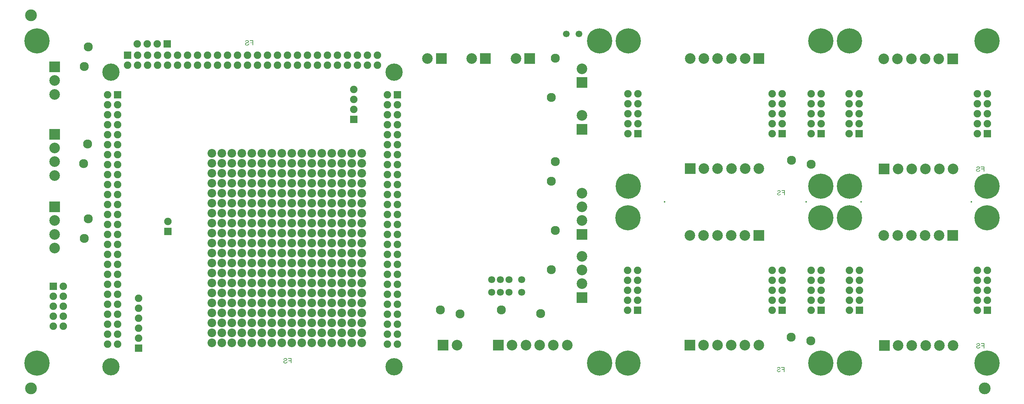
<source format=gbs>
G04 Layer_Color=16711935*
%FSLAX44Y44*%
%MOMM*%
G71*
G01*
G75*
%ADD48C,1.9000*%
%ADD54C,1.8000*%
%ADD63C,3.0000*%
%ADD87C,0.4000*%
%ADD88C,2.7000*%
%ADD89R,2.7000X2.7000*%
%ADD90R,1.9000X1.9000*%
%ADD91C,6.4000*%
%ADD92C,2.3000*%
%ADD93R,2.7000X2.7000*%
%ADD94R,1.9000X1.9000*%
%ADD95C,1.7000*%
%ADD96C,2.2000*%
%ADD97C,4.4000*%
%ADD98R,2.7000X2.7000*%
G36*
X2427730Y535258D02*
X2428174Y535203D01*
X2428562Y535134D01*
X2428743Y535092D01*
X2428909Y535051D01*
X2429061Y535009D01*
X2429200Y534967D01*
X2429325Y534926D01*
X2429422Y534898D01*
X2429491Y534870D01*
X2429561Y534842D01*
X2429588Y534829D01*
X2429602D01*
X2429977Y534648D01*
X2430296Y534440D01*
X2430573Y534232D01*
X2430795Y534024D01*
X2430975Y533830D01*
X2431114Y533677D01*
X2431156Y533622D01*
X2431183Y533581D01*
X2431211Y533553D01*
Y533539D01*
X2431391Y533220D01*
X2431530Y532901D01*
X2431613Y532610D01*
X2431683Y532332D01*
X2431724Y532083D01*
X2431738Y531986D01*
Y531902D01*
X2431752Y531833D01*
Y531778D01*
Y531750D01*
Y531736D01*
X2431738Y531417D01*
X2431683Y531112D01*
X2431613Y530835D01*
X2431530Y530599D01*
X2431447Y530405D01*
X2431378Y530252D01*
X2431350Y530197D01*
X2431322Y530155D01*
X2431308Y530141D01*
Y530127D01*
X2431128Y529878D01*
X2430906Y529642D01*
X2430684Y529448D01*
X2430448Y529267D01*
X2430254Y529129D01*
X2430088Y529032D01*
X2430018Y529004D01*
X2429977Y528976D01*
X2429949Y528948D01*
X2429935D01*
X2429796Y528879D01*
X2429630Y528810D01*
X2429450Y528740D01*
X2429256Y528671D01*
X2428853Y528532D01*
X2428437Y528408D01*
X2428243Y528352D01*
X2428077Y528297D01*
X2427910Y528255D01*
X2427758Y528213D01*
X2427647Y528186D01*
X2427550Y528158D01*
X2427494Y528144D01*
X2427480D01*
X2427162Y528075D01*
X2426870Y527991D01*
X2426621Y527936D01*
X2426385Y527867D01*
X2426177Y527811D01*
X2425983Y527770D01*
X2425830Y527714D01*
X2425677Y527673D01*
X2425567Y527645D01*
X2425456Y527603D01*
X2425372Y527575D01*
X2425317Y527562D01*
X2425262Y527548D01*
X2425234Y527534D01*
X2425206Y527520D01*
X2424929Y527395D01*
X2424693Y527270D01*
X2424485Y527146D01*
X2424332Y527035D01*
X2424207Y526924D01*
X2424124Y526840D01*
X2424069Y526785D01*
X2424055Y526771D01*
X2423930Y526605D01*
X2423847Y526424D01*
X2423778Y526244D01*
X2423736Y526078D01*
X2423708Y525939D01*
X2423694Y525814D01*
Y525745D01*
Y525731D01*
Y525717D01*
X2423708Y525509D01*
X2423750Y525301D01*
X2423819Y525121D01*
X2423875Y524954D01*
X2423944Y524816D01*
X2424013Y524705D01*
X2424055Y524649D01*
X2424069Y524622D01*
X2424221Y524441D01*
X2424388Y524289D01*
X2424582Y524150D01*
X2424762Y524039D01*
X2424929Y523956D01*
X2425054Y523886D01*
X2425109Y523859D01*
X2425150Y523845D01*
X2425164Y523831D01*
X2425178D01*
X2425456Y523734D01*
X2425747Y523665D01*
X2426038Y523623D01*
X2426302Y523595D01*
X2426523Y523568D01*
X2426621D01*
X2426704Y523554D01*
X2426870D01*
X2427272Y523568D01*
X2427633Y523609D01*
X2427980Y523678D01*
X2428271Y523748D01*
X2428396Y523775D01*
X2428507Y523803D01*
X2428604Y523845D01*
X2428687Y523873D01*
X2428756Y523900D01*
X2428798Y523914D01*
X2428826Y523928D01*
X2428840D01*
X2429145Y524081D01*
X2429408Y524247D01*
X2429630Y524400D01*
X2429810Y524566D01*
X2429949Y524705D01*
X2430046Y524816D01*
X2430115Y524885D01*
X2430129Y524913D01*
X2430268Y525162D01*
X2430379Y525426D01*
X2430462Y525689D01*
X2430531Y525939D01*
X2430587Y526175D01*
X2430601Y526258D01*
X2430615Y526341D01*
X2430629Y526410D01*
X2430642Y526466D01*
Y526494D01*
Y526508D01*
X2432237Y526369D01*
X2432223Y526133D01*
X2432196Y525897D01*
X2432112Y525467D01*
X2432001Y525065D01*
X2431946Y524885D01*
X2431877Y524732D01*
X2431821Y524580D01*
X2431752Y524441D01*
X2431696Y524330D01*
X2431641Y524233D01*
X2431599Y524150D01*
X2431572Y524095D01*
X2431558Y524067D01*
X2431544Y524053D01*
X2431280Y523692D01*
X2430975Y523387D01*
X2430670Y523124D01*
X2430379Y522916D01*
X2430115Y522749D01*
X2430004Y522694D01*
X2429907Y522638D01*
X2429824Y522597D01*
X2429769Y522569D01*
X2429727Y522541D01*
X2429713D01*
X2429242Y522375D01*
X2428756Y522250D01*
X2428271Y522167D01*
X2427813Y522111D01*
X2427591Y522084D01*
X2427397Y522070D01*
X2427231Y522056D01*
X2427078D01*
X2426953Y522042D01*
X2426787D01*
X2426288Y522070D01*
X2425830Y522125D01*
X2425414Y522195D01*
X2425220Y522250D01*
X2425054Y522292D01*
X2424887Y522333D01*
X2424748Y522389D01*
X2424624Y522430D01*
X2424527Y522458D01*
X2424443Y522500D01*
X2424388Y522514D01*
X2424346Y522541D01*
X2424332D01*
X2423944Y522749D01*
X2423611Y522971D01*
X2423320Y523207D01*
X2423084Y523429D01*
X2422890Y523637D01*
X2422765Y523789D01*
X2422710Y523859D01*
X2422682Y523900D01*
X2422654Y523928D01*
Y523942D01*
X2422543Y524108D01*
X2422460Y524289D01*
X2422307Y524622D01*
X2422197Y524940D01*
X2422127Y525232D01*
X2422086Y525495D01*
X2422072Y525592D01*
Y525689D01*
X2422058Y525759D01*
Y525814D01*
Y525842D01*
Y525856D01*
X2422086Y526230D01*
X2422141Y526577D01*
X2422224Y526882D01*
X2422321Y527146D01*
X2422432Y527367D01*
X2422474Y527464D01*
X2422516Y527534D01*
X2422543Y527589D01*
X2422571Y527631D01*
X2422599Y527659D01*
Y527673D01*
X2422710Y527811D01*
X2422821Y527950D01*
X2423084Y528213D01*
X2423348Y528435D01*
X2423625Y528616D01*
X2423861Y528768D01*
X2423972Y528838D01*
X2424069Y528879D01*
X2424138Y528921D01*
X2424194Y528948D01*
X2424235Y528976D01*
X2424249D01*
X2424402Y529045D01*
X2424596Y529115D01*
X2424790Y529184D01*
X2425012Y529254D01*
X2425483Y529378D01*
X2425955Y529503D01*
X2426177Y529572D01*
X2426385Y529614D01*
X2426579Y529670D01*
X2426745Y529697D01*
X2426884Y529739D01*
X2426981Y529767D01*
X2427050Y529781D01*
X2427078D01*
X2427453Y529864D01*
X2427785Y529961D01*
X2428077Y530044D01*
X2428354Y530127D01*
X2428590Y530210D01*
X2428798Y530280D01*
X2428978Y530349D01*
X2429131Y530419D01*
X2429256Y530488D01*
X2429366Y530543D01*
X2429450Y530585D01*
X2429519Y530626D01*
X2429575Y530668D01*
X2429602Y530696D01*
X2429630Y530710D01*
X2429796Y530890D01*
X2429907Y531070D01*
X2429991Y531264D01*
X2430060Y531445D01*
X2430088Y531597D01*
X2430102Y531722D01*
X2430115Y531805D01*
Y531819D01*
Y531833D01*
X2430102Y531986D01*
X2430088Y532124D01*
X2430004Y532374D01*
X2429893Y532610D01*
X2429769Y532804D01*
X2429644Y532970D01*
X2429533Y533095D01*
X2429450Y533164D01*
X2429436Y533192D01*
X2429422D01*
X2429283Y533289D01*
X2429117Y533386D01*
X2428770Y533525D01*
X2428410Y533622D01*
X2428035Y533691D01*
X2427869Y533719D01*
X2427702Y533733D01*
X2427564Y533747D01*
X2427439D01*
X2427328Y533761D01*
X2426926D01*
X2426676Y533733D01*
X2426440Y533705D01*
X2426218Y533664D01*
X2426024Y533622D01*
X2425844Y533567D01*
X2425677Y533511D01*
X2425525Y533456D01*
X2425400Y533386D01*
X2425289Y533331D01*
X2425192Y533275D01*
X2425109Y533234D01*
X2425054Y533192D01*
X2424998Y533164D01*
X2424984Y533150D01*
X2424970Y533137D01*
X2424832Y533012D01*
X2424707Y532887D01*
X2424513Y532596D01*
X2424346Y532291D01*
X2424235Y532000D01*
X2424152Y531736D01*
X2424124Y531625D01*
X2424097Y531514D01*
X2424083Y531431D01*
Y531375D01*
X2424069Y531334D01*
Y531320D01*
X2422446Y531445D01*
X2422488Y531861D01*
X2422571Y532235D01*
X2422668Y532582D01*
X2422779Y532873D01*
X2422848Y532998D01*
X2422890Y533123D01*
X2422946Y533220D01*
X2422987Y533303D01*
X2423029Y533372D01*
X2423056Y533414D01*
X2423070Y533442D01*
X2423084Y533456D01*
X2423320Y533775D01*
X2423583Y534038D01*
X2423861Y534274D01*
X2424138Y534468D01*
X2424374Y534607D01*
X2424485Y534662D01*
X2424568Y534718D01*
X2424637Y534759D01*
X2424707Y534773D01*
X2424734Y534801D01*
X2424748D01*
X2425164Y534953D01*
X2425594Y535078D01*
X2426024Y535162D01*
X2426413Y535217D01*
X2426593Y535231D01*
X2426745Y535245D01*
X2426898Y535258D01*
X2427023Y535272D01*
X2427258D01*
X2427730Y535258D01*
D02*
G37*
G36*
X2442500Y522250D02*
X2440808D01*
Y528061D01*
X2434803D01*
Y529572D01*
X2440808D01*
Y533539D01*
X2433874D01*
Y535051D01*
X2442500D01*
Y522250D01*
D02*
G37*
G36*
X1921354Y474745D02*
X1921646Y474717D01*
X1921909Y474662D01*
X1922159Y474620D01*
X1922394Y474565D01*
X1922602Y474495D01*
X1922796Y474426D01*
X1922977Y474357D01*
X1923143Y474287D01*
X1923282Y474218D01*
X1923407Y474163D01*
X1923504Y474107D01*
X1923587Y474066D01*
X1923642Y474024D01*
X1923670Y474010D01*
X1923684Y473996D01*
X1923906Y473830D01*
X1924086Y473636D01*
X1924253Y473441D01*
X1924391Y473233D01*
X1924516Y473012D01*
X1924613Y472803D01*
X1924697Y472595D01*
X1924766Y472387D01*
X1924821Y472193D01*
X1924849Y472013D01*
X1924877Y471847D01*
X1924904Y471708D01*
Y471597D01*
X1924918Y471500D01*
Y471444D01*
Y471431D01*
X1924891Y471098D01*
X1924835Y470793D01*
X1924752Y470488D01*
X1924627Y470224D01*
X1924502Y469961D01*
X1924350Y469725D01*
X1924183Y469503D01*
X1924003Y469309D01*
X1923837Y469128D01*
X1923670Y468976D01*
X1923518Y468837D01*
X1923379Y468726D01*
X1923268Y468643D01*
X1923185Y468587D01*
X1923116Y468546D01*
X1923102Y468532D01*
X1923088Y468518D01*
X1923046Y468504D01*
X1923005Y468490D01*
X1922935Y468463D01*
X1922852Y468421D01*
X1922755Y468393D01*
X1922533Y468296D01*
X1922283Y468185D01*
X1921992Y468060D01*
X1921687Y467936D01*
X1921382Y467811D01*
X1921063Y467686D01*
X1920772Y467561D01*
X1920480Y467436D01*
X1920231Y467339D01*
X1920023Y467242D01*
X1919940Y467215D01*
X1919856Y467173D01*
X1919801Y467145D01*
X1919759Y467131D01*
X1919732Y467117D01*
X1919718D01*
X1919399Y466979D01*
X1919108Y466826D01*
X1918872Y466674D01*
X1918664Y466521D01*
X1918483Y466368D01*
X1918331Y466216D01*
X1918206Y466077D01*
X1918109Y465939D01*
X1918040Y465814D01*
X1917984Y465689D01*
X1917943Y465592D01*
X1917915Y465495D01*
X1917901Y465425D01*
X1917887Y465370D01*
Y465342D01*
Y465328D01*
X1917901Y465148D01*
X1917915Y464982D01*
X1917957Y464815D01*
X1918012Y464663D01*
X1918151Y464399D01*
X1918345Y464164D01*
X1918567Y463969D01*
X1918816Y463803D01*
X1919080Y463678D01*
X1919343Y463567D01*
X1919621Y463484D01*
X1919884Y463428D01*
X1920134Y463373D01*
X1920356Y463345D01*
X1920536Y463331D01*
X1920688Y463317D01*
X1920813D01*
X1921174Y463345D01*
X1921507Y463401D01*
X1921812Y463498D01*
X1922089Y463637D01*
X1922353Y463775D01*
X1922589Y463955D01*
X1922796Y464136D01*
X1922991Y464316D01*
X1923157Y464496D01*
X1923296Y464677D01*
X1923421Y464857D01*
X1923518Y465009D01*
X1923587Y465134D01*
X1923642Y465231D01*
X1923670Y465287D01*
X1923684Y465314D01*
X1923754Y465439D01*
X1923837Y465536D01*
X1923920Y465606D01*
X1924003Y465661D01*
X1924086Y465689D01*
X1924156Y465703D01*
X1924211D01*
X1924322Y465689D01*
X1924433Y465661D01*
X1924530Y465620D01*
X1924613Y465564D01*
X1924683Y465509D01*
X1924738Y465467D01*
X1924766Y465439D01*
X1924780Y465425D01*
X1924863Y465328D01*
X1924918Y465218D01*
X1924974Y465120D01*
X1925002Y465023D01*
X1925016Y464940D01*
X1925029Y464871D01*
Y464829D01*
Y464815D01*
X1925016Y464663D01*
X1924974Y464538D01*
X1924946Y464441D01*
X1924932Y464427D01*
Y464413D01*
X1924794Y464177D01*
X1924641Y463942D01*
X1924502Y463733D01*
X1924336Y463539D01*
X1924017Y463179D01*
X1923684Y462888D01*
X1923337Y462624D01*
X1922991Y462416D01*
X1922658Y462236D01*
X1922325Y462097D01*
X1922020Y461986D01*
X1921743Y461903D01*
X1921479Y461847D01*
X1921257Y461806D01*
X1921063Y461778D01*
X1920924Y461764D01*
X1920813D01*
X1920411Y461778D01*
X1920023Y461806D01*
X1919662Y461847D01*
X1919329Y461917D01*
X1919024Y462000D01*
X1918733Y462097D01*
X1918470Y462208D01*
X1918220Y462319D01*
X1917998Y462458D01*
X1917790Y462596D01*
X1917596Y462749D01*
X1917430Y462901D01*
X1917277Y463054D01*
X1917124Y463220D01*
X1917000Y463387D01*
X1916889Y463553D01*
X1916708Y463886D01*
X1916570Y464205D01*
X1916472Y464510D01*
X1916403Y464787D01*
X1916362Y465009D01*
X1916348Y465107D01*
Y465190D01*
X1916334Y465259D01*
Y465301D01*
Y465328D01*
Y465342D01*
X1916348Y465620D01*
X1916389Y465883D01*
X1916459Y466133D01*
X1916542Y466368D01*
X1916653Y466577D01*
X1916764Y466785D01*
X1916889Y466965D01*
X1917013Y467131D01*
X1917152Y467284D01*
X1917277Y467422D01*
X1917388Y467533D01*
X1917485Y467631D01*
X1917582Y467700D01*
X1917651Y467755D01*
X1917693Y467783D01*
X1917707Y467797D01*
X1917859Y467894D01*
X1918040Y467991D01*
X1918234Y468102D01*
X1918456Y468199D01*
X1918913Y468407D01*
X1919385Y468615D01*
X1919621Y468698D01*
X1919829Y468782D01*
X1920023Y468851D01*
X1920189Y468920D01*
X1920342Y468976D01*
X1920439Y469017D01*
X1920508Y469031D01*
X1920536Y469045D01*
X1920786Y469142D01*
X1921035Y469239D01*
X1921243Y469323D01*
X1921451Y469420D01*
X1921632Y469503D01*
X1921798Y469572D01*
X1921951Y469641D01*
X1922075Y469711D01*
X1922200Y469780D01*
X1922297Y469836D01*
X1922381Y469877D01*
X1922436Y469919D01*
X1922491Y469947D01*
X1922533Y469974D01*
X1922547Y469988D01*
X1922561D01*
X1922713Y470099D01*
X1922838Y470224D01*
X1922963Y470349D01*
X1923060Y470474D01*
X1923143Y470598D01*
X1923213Y470723D01*
X1923310Y470959D01*
X1923379Y471167D01*
X1923407Y471333D01*
X1923421Y471389D01*
Y471431D01*
Y471458D01*
Y471472D01*
X1923407Y471625D01*
X1923393Y471763D01*
X1923310Y472027D01*
X1923199Y472263D01*
X1923046Y472457D01*
X1922866Y472623D01*
X1922658Y472776D01*
X1922436Y472887D01*
X1922214Y472984D01*
X1921992Y473067D01*
X1921770Y473122D01*
X1921562Y473178D01*
X1921382Y473206D01*
X1921229Y473233D01*
X1921105D01*
X1921035Y473247D01*
X1921008D01*
X1920675Y473233D01*
X1920356Y473192D01*
X1920078Y473122D01*
X1919829Y473053D01*
X1919621Y472970D01*
X1919538Y472928D01*
X1919468Y472901D01*
X1919399Y472873D01*
X1919357Y472845D01*
X1919343Y472831D01*
X1919329D01*
X1919066Y472651D01*
X1918844Y472471D01*
X1918664Y472276D01*
X1918525Y472082D01*
X1918428Y471916D01*
X1918359Y471777D01*
X1918345Y471722D01*
X1918331Y471680D01*
X1918317Y471666D01*
Y471652D01*
X1918234Y471472D01*
X1918137Y471333D01*
X1918012Y471250D01*
X1917887Y471181D01*
X1917776Y471139D01*
X1917679Y471125D01*
X1917624Y471111D01*
X1917596D01*
X1917485Y471125D01*
X1917374Y471139D01*
X1917291Y471167D01*
X1917208Y471209D01*
X1917138Y471250D01*
X1917097Y471278D01*
X1917069Y471292D01*
X1917055Y471306D01*
X1916972Y471389D01*
X1916916Y471472D01*
X1916875Y471555D01*
X1916847Y471638D01*
X1916833Y471708D01*
X1916819Y471763D01*
Y471805D01*
Y471819D01*
Y471916D01*
X1916833Y471985D01*
X1916847Y472041D01*
X1916861Y472068D01*
X1916944Y472318D01*
X1917055Y472554D01*
X1917166Y472762D01*
X1917291Y472970D01*
X1917416Y473150D01*
X1917554Y473330D01*
X1917693Y473483D01*
X1917818Y473622D01*
X1917943Y473746D01*
X1918067Y473844D01*
X1918178Y473941D01*
X1918275Y474010D01*
X1918359Y474079D01*
X1918414Y474121D01*
X1918456Y474135D01*
X1918470Y474149D01*
X1918678Y474260D01*
X1918900Y474371D01*
X1919121Y474454D01*
X1919343Y474523D01*
X1919773Y474634D01*
X1920175Y474703D01*
X1920370Y474731D01*
X1920536Y474745D01*
X1920688D01*
X1920813Y474759D01*
X1921063D01*
X1921354Y474745D01*
D02*
G37*
G36*
X1935500Y462679D02*
X1935486Y462541D01*
X1935472Y462416D01*
X1935431Y462319D01*
X1935389Y462222D01*
X1935320Y462152D01*
X1935264Y462083D01*
X1935125Y461986D01*
X1934987Y461931D01*
X1934862Y461903D01*
X1934779Y461889D01*
X1934751D01*
X1934612Y461903D01*
X1934501Y461917D01*
X1934404Y461958D01*
X1934321Y462014D01*
X1934182Y462139D01*
X1934099Y462291D01*
X1934044Y462430D01*
X1934016Y462555D01*
X1934002Y462610D01*
Y462652D01*
Y462666D01*
Y462679D01*
Y468088D01*
X1929384D01*
X1929245Y468102D01*
X1929134Y468116D01*
X1929023Y468158D01*
X1928940Y468213D01*
X1928802Y468338D01*
X1928718Y468476D01*
X1928663Y468615D01*
X1928635Y468740D01*
X1928621Y468837D01*
Y468851D01*
Y468865D01*
X1928635Y469003D01*
X1928649Y469128D01*
X1928691Y469225D01*
X1928746Y469309D01*
X1928857Y469447D01*
X1928996Y469544D01*
X1929148Y469600D01*
X1929259Y469628D01*
X1929356Y469641D01*
X1934002D01*
Y472942D01*
X1927956D01*
X1927817Y472956D01*
X1927706Y472970D01*
X1927609Y473012D01*
X1927526Y473067D01*
X1927387Y473192D01*
X1927304Y473330D01*
X1927248Y473469D01*
X1927221Y473594D01*
X1927207Y473691D01*
Y473705D01*
Y473719D01*
X1927221Y473857D01*
X1927234Y473982D01*
X1927276Y474079D01*
X1927318Y474163D01*
X1927442Y474301D01*
X1927581Y474398D01*
X1927720Y474454D01*
X1927845Y474482D01*
X1927928Y474495D01*
X1935500D01*
Y462679D01*
D02*
G37*
G36*
X1920854Y24745D02*
X1921145Y24717D01*
X1921409Y24662D01*
X1921659Y24620D01*
X1921894Y24565D01*
X1922102Y24495D01*
X1922296Y24426D01*
X1922477Y24357D01*
X1922643Y24287D01*
X1922782Y24218D01*
X1922907Y24163D01*
X1923004Y24107D01*
X1923087Y24065D01*
X1923143Y24024D01*
X1923170Y24010D01*
X1923184Y23996D01*
X1923406Y23830D01*
X1923586Y23636D01*
X1923753Y23441D01*
X1923891Y23233D01*
X1924016Y23012D01*
X1924113Y22803D01*
X1924196Y22596D01*
X1924266Y22387D01*
X1924321Y22193D01*
X1924349Y22013D01*
X1924377Y21847D01*
X1924404Y21708D01*
Y21597D01*
X1924418Y21500D01*
Y21444D01*
Y21430D01*
X1924391Y21098D01*
X1924335Y20793D01*
X1924252Y20487D01*
X1924127Y20224D01*
X1924002Y19961D01*
X1923850Y19725D01*
X1923683Y19503D01*
X1923503Y19309D01*
X1923337Y19128D01*
X1923170Y18976D01*
X1923018Y18837D01*
X1922879Y18726D01*
X1922768Y18643D01*
X1922685Y18587D01*
X1922616Y18546D01*
X1922602Y18532D01*
X1922588Y18518D01*
X1922546Y18504D01*
X1922505Y18490D01*
X1922435Y18463D01*
X1922352Y18421D01*
X1922255Y18393D01*
X1922033Y18296D01*
X1921783Y18185D01*
X1921492Y18060D01*
X1921187Y17936D01*
X1920882Y17811D01*
X1920563Y17686D01*
X1920272Y17561D01*
X1919980Y17436D01*
X1919731Y17339D01*
X1919523Y17242D01*
X1919440Y17214D01*
X1919356Y17173D01*
X1919301Y17145D01*
X1919259Y17131D01*
X1919232Y17117D01*
X1919218D01*
X1918899Y16979D01*
X1918607Y16826D01*
X1918372Y16674D01*
X1918164Y16521D01*
X1917984Y16368D01*
X1917831Y16216D01*
X1917706Y16077D01*
X1917609Y15939D01*
X1917540Y15814D01*
X1917484Y15689D01*
X1917443Y15592D01*
X1917415Y15495D01*
X1917401Y15425D01*
X1917387Y15370D01*
Y15342D01*
Y15328D01*
X1917401Y15148D01*
X1917415Y14982D01*
X1917457Y14815D01*
X1917512Y14663D01*
X1917651Y14399D01*
X1917845Y14164D01*
X1918067Y13969D01*
X1918316Y13803D01*
X1918580Y13678D01*
X1918843Y13567D01*
X1919121Y13484D01*
X1919384Y13428D01*
X1919634Y13373D01*
X1919856Y13345D01*
X1920036Y13331D01*
X1920188Y13318D01*
X1920313D01*
X1920674Y13345D01*
X1921007Y13401D01*
X1921312Y13498D01*
X1921589Y13636D01*
X1921853Y13775D01*
X1922088Y13955D01*
X1922296Y14136D01*
X1922491Y14316D01*
X1922657Y14496D01*
X1922796Y14677D01*
X1922921Y14857D01*
X1923018Y15009D01*
X1923087Y15134D01*
X1923143Y15231D01*
X1923170Y15287D01*
X1923184Y15315D01*
X1923253Y15439D01*
X1923337Y15536D01*
X1923420Y15606D01*
X1923503Y15661D01*
X1923586Y15689D01*
X1923656Y15703D01*
X1923711D01*
X1923822Y15689D01*
X1923933Y15661D01*
X1924030Y15620D01*
X1924113Y15564D01*
X1924183Y15509D01*
X1924238Y15467D01*
X1924266Y15439D01*
X1924280Y15425D01*
X1924363Y15328D01*
X1924418Y15217D01*
X1924474Y15120D01*
X1924502Y15023D01*
X1924516Y14940D01*
X1924529Y14871D01*
Y14829D01*
Y14815D01*
X1924516Y14663D01*
X1924474Y14538D01*
X1924446Y14441D01*
X1924432Y14427D01*
Y14413D01*
X1924294Y14177D01*
X1924141Y13942D01*
X1924002Y13734D01*
X1923836Y13539D01*
X1923517Y13179D01*
X1923184Y12888D01*
X1922837Y12624D01*
X1922491Y12416D01*
X1922158Y12236D01*
X1921825Y12097D01*
X1921520Y11986D01*
X1921243Y11903D01*
X1920979Y11847D01*
X1920757Y11806D01*
X1920563Y11778D01*
X1920424Y11764D01*
X1920313D01*
X1919911Y11778D01*
X1919523Y11806D01*
X1919162Y11847D01*
X1918829Y11917D01*
X1918524Y12000D01*
X1918233Y12097D01*
X1917970Y12208D01*
X1917720Y12319D01*
X1917498Y12458D01*
X1917290Y12596D01*
X1917096Y12749D01*
X1916929Y12901D01*
X1916777Y13054D01*
X1916624Y13220D01*
X1916499Y13387D01*
X1916389Y13553D01*
X1916208Y13886D01*
X1916070Y14205D01*
X1915972Y14510D01*
X1915903Y14787D01*
X1915862Y15009D01*
X1915848Y15107D01*
Y15190D01*
X1915834Y15259D01*
Y15301D01*
Y15328D01*
Y15342D01*
X1915848Y15620D01*
X1915889Y15883D01*
X1915959Y16133D01*
X1916042Y16368D01*
X1916153Y16577D01*
X1916264Y16785D01*
X1916389Y16965D01*
X1916513Y17131D01*
X1916652Y17284D01*
X1916777Y17422D01*
X1916888Y17534D01*
X1916985Y17631D01*
X1917082Y17700D01*
X1917151Y17755D01*
X1917193Y17783D01*
X1917207Y17797D01*
X1917359Y17894D01*
X1917540Y17991D01*
X1917734Y18102D01*
X1917956Y18199D01*
X1918413Y18407D01*
X1918885Y18615D01*
X1919121Y18698D01*
X1919329Y18782D01*
X1919523Y18851D01*
X1919689Y18920D01*
X1919842Y18976D01*
X1919939Y19017D01*
X1920008Y19031D01*
X1920036Y19045D01*
X1920286Y19142D01*
X1920535Y19239D01*
X1920743Y19323D01*
X1920951Y19420D01*
X1921132Y19503D01*
X1921298Y19572D01*
X1921451Y19641D01*
X1921575Y19711D01*
X1921700Y19780D01*
X1921797Y19836D01*
X1921880Y19877D01*
X1921936Y19919D01*
X1921991Y19947D01*
X1922033Y19974D01*
X1922047Y19988D01*
X1922061D01*
X1922213Y20099D01*
X1922338Y20224D01*
X1922463Y20349D01*
X1922560Y20474D01*
X1922643Y20598D01*
X1922713Y20723D01*
X1922810Y20959D01*
X1922879Y21167D01*
X1922907Y21333D01*
X1922921Y21389D01*
Y21430D01*
Y21458D01*
Y21472D01*
X1922907Y21625D01*
X1922893Y21763D01*
X1922810Y22027D01*
X1922699Y22263D01*
X1922546Y22457D01*
X1922366Y22623D01*
X1922158Y22776D01*
X1921936Y22887D01*
X1921714Y22984D01*
X1921492Y23067D01*
X1921270Y23122D01*
X1921062Y23178D01*
X1920882Y23206D01*
X1920729Y23233D01*
X1920605D01*
X1920535Y23247D01*
X1920508D01*
X1920175Y23233D01*
X1919856Y23192D01*
X1919578Y23122D01*
X1919329Y23053D01*
X1919121Y22970D01*
X1919037Y22928D01*
X1918968Y22901D01*
X1918899Y22873D01*
X1918857Y22845D01*
X1918843Y22831D01*
X1918829D01*
X1918566Y22651D01*
X1918344Y22471D01*
X1918164Y22276D01*
X1918025Y22082D01*
X1917928Y21916D01*
X1917859Y21777D01*
X1917845Y21722D01*
X1917831Y21680D01*
X1917817Y21666D01*
Y21652D01*
X1917734Y21472D01*
X1917637Y21333D01*
X1917512Y21250D01*
X1917387Y21181D01*
X1917276Y21139D01*
X1917179Y21125D01*
X1917124Y21112D01*
X1917096D01*
X1916985Y21125D01*
X1916874Y21139D01*
X1916791Y21167D01*
X1916708Y21209D01*
X1916638Y21250D01*
X1916597Y21278D01*
X1916569Y21292D01*
X1916555Y21306D01*
X1916472Y21389D01*
X1916416Y21472D01*
X1916375Y21555D01*
X1916347Y21639D01*
X1916333Y21708D01*
X1916319Y21763D01*
Y21805D01*
Y21819D01*
Y21916D01*
X1916333Y21985D01*
X1916347Y22041D01*
X1916361Y22069D01*
X1916444Y22318D01*
X1916555Y22554D01*
X1916666Y22762D01*
X1916791Y22970D01*
X1916916Y23150D01*
X1917054Y23331D01*
X1917193Y23483D01*
X1917318Y23622D01*
X1917443Y23747D01*
X1917567Y23844D01*
X1917678Y23941D01*
X1917775Y24010D01*
X1917859Y24079D01*
X1917914Y24121D01*
X1917956Y24135D01*
X1917970Y24149D01*
X1918178Y24260D01*
X1918400Y24371D01*
X1918621Y24454D01*
X1918843Y24523D01*
X1919273Y24634D01*
X1919675Y24704D01*
X1919870Y24731D01*
X1920036Y24745D01*
X1920188D01*
X1920313Y24759D01*
X1920563D01*
X1920854Y24745D01*
D02*
G37*
G36*
X1935000Y12680D02*
X1934986Y12541D01*
X1934972Y12416D01*
X1934931Y12319D01*
X1934889Y12222D01*
X1934820Y12153D01*
X1934764Y12083D01*
X1934626Y11986D01*
X1934487Y11931D01*
X1934362Y11903D01*
X1934279Y11889D01*
X1934251D01*
X1934112Y11903D01*
X1934001Y11917D01*
X1933904Y11958D01*
X1933821Y12014D01*
X1933683Y12139D01*
X1933599Y12291D01*
X1933544Y12430D01*
X1933516Y12555D01*
X1933502Y12610D01*
Y12652D01*
Y12666D01*
Y12680D01*
Y18088D01*
X1928884D01*
X1928745Y18102D01*
X1928634Y18116D01*
X1928523Y18158D01*
X1928440Y18213D01*
X1928302Y18338D01*
X1928218Y18477D01*
X1928163Y18615D01*
X1928135Y18740D01*
X1928121Y18837D01*
Y18851D01*
Y18865D01*
X1928135Y19003D01*
X1928149Y19128D01*
X1928191Y19225D01*
X1928246Y19309D01*
X1928357Y19447D01*
X1928496Y19544D01*
X1928648Y19600D01*
X1928759Y19628D01*
X1928856Y19641D01*
X1933502D01*
Y22942D01*
X1927456D01*
X1927317Y22956D01*
X1927206Y22970D01*
X1927109Y23012D01*
X1927026Y23067D01*
X1926887Y23192D01*
X1926804Y23331D01*
X1926748Y23469D01*
X1926721Y23594D01*
X1926707Y23691D01*
Y23705D01*
Y23719D01*
X1926721Y23858D01*
X1926734Y23982D01*
X1926776Y24079D01*
X1926818Y24163D01*
X1926942Y24301D01*
X1927081Y24398D01*
X1927220Y24454D01*
X1927345Y24482D01*
X1927428Y24495D01*
X1935000D01*
Y12680D01*
D02*
G37*
G36*
X2427980Y85259D02*
X2428424Y85203D01*
X2428812Y85134D01*
X2428992Y85092D01*
X2429159Y85050D01*
X2429311Y85009D01*
X2429450Y84967D01*
X2429575Y84926D01*
X2429672Y84898D01*
X2429741Y84870D01*
X2429811Y84843D01*
X2429838Y84829D01*
X2429852D01*
X2430227Y84648D01*
X2430546Y84440D01*
X2430823Y84232D01*
X2431045Y84024D01*
X2431225Y83830D01*
X2431364Y83678D01*
X2431406Y83622D01*
X2431433Y83581D01*
X2431461Y83553D01*
Y83539D01*
X2431641Y83220D01*
X2431780Y82901D01*
X2431863Y82610D01*
X2431933Y82332D01*
X2431974Y82083D01*
X2431988Y81986D01*
Y81902D01*
X2432002Y81833D01*
Y81778D01*
Y81750D01*
Y81736D01*
X2431988Y81417D01*
X2431933Y81112D01*
X2431863Y80835D01*
X2431780Y80599D01*
X2431697Y80405D01*
X2431628Y80252D01*
X2431600Y80197D01*
X2431572Y80155D01*
X2431558Y80141D01*
Y80127D01*
X2431378Y79878D01*
X2431156Y79642D01*
X2430934Y79448D01*
X2430698Y79267D01*
X2430504Y79129D01*
X2430338Y79032D01*
X2430268Y79004D01*
X2430227Y78976D01*
X2430199Y78948D01*
X2430185D01*
X2430047Y78879D01*
X2429880Y78810D01*
X2429700Y78740D01*
X2429506Y78671D01*
X2429103Y78532D01*
X2428687Y78408D01*
X2428493Y78352D01*
X2428327Y78297D01*
X2428160Y78255D01*
X2428008Y78213D01*
X2427897Y78186D01*
X2427800Y78158D01*
X2427744Y78144D01*
X2427731D01*
X2427411Y78075D01*
X2427120Y77991D01*
X2426871Y77936D01*
X2426635Y77867D01*
X2426427Y77811D01*
X2426233Y77770D01*
X2426080Y77714D01*
X2425928Y77673D01*
X2425817Y77645D01*
X2425706Y77603D01*
X2425623Y77575D01*
X2425567Y77562D01*
X2425511Y77548D01*
X2425484Y77534D01*
X2425456Y77520D01*
X2425179Y77395D01*
X2424943Y77270D01*
X2424735Y77146D01*
X2424582Y77035D01*
X2424458Y76924D01*
X2424374Y76840D01*
X2424319Y76785D01*
X2424305Y76771D01*
X2424180Y76605D01*
X2424097Y76424D01*
X2424028Y76244D01*
X2423986Y76078D01*
X2423958Y75939D01*
X2423944Y75814D01*
Y75745D01*
Y75731D01*
Y75717D01*
X2423958Y75509D01*
X2424000Y75301D01*
X2424069Y75121D01*
X2424125Y74954D01*
X2424194Y74816D01*
X2424263Y74705D01*
X2424305Y74649D01*
X2424319Y74622D01*
X2424471Y74441D01*
X2424638Y74289D01*
X2424832Y74150D01*
X2425012Y74039D01*
X2425179Y73956D01*
X2425303Y73886D01*
X2425359Y73859D01*
X2425401Y73845D01*
X2425414Y73831D01*
X2425428D01*
X2425706Y73734D01*
X2425997Y73665D01*
X2426288Y73623D01*
X2426552Y73595D01*
X2426774Y73568D01*
X2426871D01*
X2426954Y73554D01*
X2427120D01*
X2427522Y73568D01*
X2427883Y73609D01*
X2428230Y73678D01*
X2428521Y73748D01*
X2428646Y73776D01*
X2428757Y73803D01*
X2428854Y73845D01*
X2428937Y73873D01*
X2429006Y73900D01*
X2429048Y73914D01*
X2429076Y73928D01*
X2429090D01*
X2429395Y74081D01*
X2429658Y74247D01*
X2429880Y74400D01*
X2430060Y74566D01*
X2430199Y74705D01*
X2430296Y74816D01*
X2430365Y74885D01*
X2430379Y74913D01*
X2430518Y75162D01*
X2430629Y75426D01*
X2430712Y75689D01*
X2430782Y75939D01*
X2430837Y76175D01*
X2430851Y76258D01*
X2430865Y76341D01*
X2430879Y76410D01*
X2430892Y76466D01*
Y76494D01*
Y76508D01*
X2432487Y76369D01*
X2432473Y76133D01*
X2432446Y75897D01*
X2432363Y75468D01*
X2432251Y75065D01*
X2432196Y74885D01*
X2432127Y74732D01*
X2432071Y74580D01*
X2432002Y74441D01*
X2431946Y74330D01*
X2431891Y74233D01*
X2431849Y74150D01*
X2431822Y74095D01*
X2431808Y74067D01*
X2431794Y74053D01*
X2431530Y73692D01*
X2431225Y73387D01*
X2430920Y73124D01*
X2430629Y72916D01*
X2430365Y72749D01*
X2430255Y72694D01*
X2430157Y72638D01*
X2430074Y72597D01*
X2430019Y72569D01*
X2429977Y72541D01*
X2429963D01*
X2429492Y72375D01*
X2429006Y72250D01*
X2428521Y72167D01*
X2428063Y72111D01*
X2427841Y72084D01*
X2427647Y72070D01*
X2427481Y72056D01*
X2427328D01*
X2427204Y72042D01*
X2427037D01*
X2426538Y72070D01*
X2426080Y72125D01*
X2425664Y72194D01*
X2425470Y72250D01*
X2425303Y72292D01*
X2425137Y72333D01*
X2424998Y72389D01*
X2424874Y72430D01*
X2424776Y72458D01*
X2424693Y72500D01*
X2424638Y72513D01*
X2424596Y72541D01*
X2424582D01*
X2424194Y72749D01*
X2423861Y72971D01*
X2423570Y73207D01*
X2423334Y73429D01*
X2423140Y73637D01*
X2423015Y73789D01*
X2422960Y73859D01*
X2422932Y73900D01*
X2422904Y73928D01*
Y73942D01*
X2422793Y74108D01*
X2422710Y74289D01*
X2422558Y74622D01*
X2422447Y74941D01*
X2422377Y75232D01*
X2422336Y75495D01*
X2422322Y75592D01*
Y75689D01*
X2422308Y75759D01*
Y75814D01*
Y75842D01*
Y75856D01*
X2422336Y76230D01*
X2422391Y76577D01*
X2422474Y76882D01*
X2422571Y77146D01*
X2422682Y77367D01*
X2422724Y77464D01*
X2422766Y77534D01*
X2422793Y77589D01*
X2422821Y77631D01*
X2422849Y77659D01*
Y77673D01*
X2422960Y77811D01*
X2423071Y77950D01*
X2423334Y78213D01*
X2423598Y78435D01*
X2423875Y78616D01*
X2424111Y78768D01*
X2424222Y78837D01*
X2424319Y78879D01*
X2424388Y78921D01*
X2424444Y78948D01*
X2424485Y78976D01*
X2424499D01*
X2424652Y79046D01*
X2424846Y79115D01*
X2425040Y79184D01*
X2425262Y79254D01*
X2425733Y79378D01*
X2426205Y79503D01*
X2426427Y79573D01*
X2426635Y79614D01*
X2426829Y79670D01*
X2426995Y79697D01*
X2427134Y79739D01*
X2427231Y79767D01*
X2427301Y79781D01*
X2427328D01*
X2427703Y79864D01*
X2428036Y79961D01*
X2428327Y80044D01*
X2428604Y80127D01*
X2428840Y80211D01*
X2429048Y80280D01*
X2429228Y80349D01*
X2429381Y80419D01*
X2429506Y80488D01*
X2429617Y80543D01*
X2429700Y80585D01*
X2429769Y80626D01*
X2429825Y80668D01*
X2429852Y80696D01*
X2429880Y80710D01*
X2430047Y80890D01*
X2430157Y81070D01*
X2430241Y81264D01*
X2430310Y81445D01*
X2430338Y81597D01*
X2430352Y81722D01*
X2430365Y81805D01*
Y81819D01*
Y81833D01*
X2430352Y81986D01*
X2430338Y82124D01*
X2430255Y82374D01*
X2430144Y82610D01*
X2430019Y82804D01*
X2429894Y82970D01*
X2429783Y83095D01*
X2429700Y83164D01*
X2429686Y83192D01*
X2429672D01*
X2429533Y83289D01*
X2429367Y83386D01*
X2429020Y83525D01*
X2428660Y83622D01*
X2428285Y83691D01*
X2428119Y83719D01*
X2427952Y83733D01*
X2427814Y83747D01*
X2427689D01*
X2427578Y83761D01*
X2427176D01*
X2426926Y83733D01*
X2426690Y83705D01*
X2426468Y83664D01*
X2426274Y83622D01*
X2426094Y83567D01*
X2425928Y83511D01*
X2425775Y83456D01*
X2425650Y83386D01*
X2425539Y83331D01*
X2425442Y83275D01*
X2425359Y83234D01*
X2425303Y83192D01*
X2425248Y83164D01*
X2425234Y83151D01*
X2425220Y83137D01*
X2425082Y83012D01*
X2424957Y82887D01*
X2424763Y82596D01*
X2424596Y82291D01*
X2424485Y82000D01*
X2424402Y81736D01*
X2424374Y81625D01*
X2424347Y81514D01*
X2424333Y81431D01*
Y81375D01*
X2424319Y81334D01*
Y81320D01*
X2422696Y81445D01*
X2422738Y81861D01*
X2422821Y82235D01*
X2422918Y82582D01*
X2423029Y82873D01*
X2423098Y82998D01*
X2423140Y83123D01*
X2423195Y83220D01*
X2423237Y83303D01*
X2423279Y83372D01*
X2423306Y83414D01*
X2423320Y83442D01*
X2423334Y83456D01*
X2423570Y83775D01*
X2423833Y84038D01*
X2424111Y84274D01*
X2424388Y84468D01*
X2424624Y84607D01*
X2424735Y84662D01*
X2424818Y84718D01*
X2424887Y84759D01*
X2424957Y84773D01*
X2424984Y84801D01*
X2424998D01*
X2425414Y84953D01*
X2425844Y85078D01*
X2426274Y85162D01*
X2426663Y85217D01*
X2426843Y85231D01*
X2426995Y85245D01*
X2427148Y85259D01*
X2427273Y85272D01*
X2427509D01*
X2427980Y85259D01*
D02*
G37*
G36*
X2442750Y72250D02*
X2441058D01*
Y78061D01*
X2435053D01*
Y79573D01*
X2441058D01*
Y83539D01*
X2434124D01*
Y85050D01*
X2442750D01*
Y72250D01*
D02*
G37*
G36*
X584250Y843749D02*
X582558D01*
Y849560D01*
X576553D01*
Y851072D01*
X582558D01*
Y855038D01*
X575624D01*
Y856550D01*
X584250D01*
Y843749D01*
D02*
G37*
G36*
X569480Y856758D02*
X569924Y856702D01*
X570312Y856633D01*
X570493Y856591D01*
X570659Y856550D01*
X570812Y856508D01*
X570950Y856467D01*
X571075Y856425D01*
X571172Y856397D01*
X571241Y856369D01*
X571311Y856342D01*
X571339Y856328D01*
X571352D01*
X571727Y856148D01*
X572046Y855940D01*
X572323Y855732D01*
X572545Y855524D01*
X572725Y855329D01*
X572864Y855177D01*
X572906Y855121D01*
X572933Y855080D01*
X572961Y855052D01*
Y855038D01*
X573141Y854719D01*
X573280Y854400D01*
X573363Y854109D01*
X573433Y853832D01*
X573474Y853582D01*
X573488Y853485D01*
Y853402D01*
X573502Y853332D01*
Y853277D01*
Y853249D01*
Y853235D01*
X573488Y852916D01*
X573433Y852611D01*
X573363Y852334D01*
X573280Y852098D01*
X573197Y851904D01*
X573128Y851751D01*
X573100Y851696D01*
X573072Y851654D01*
X573058Y851640D01*
Y851627D01*
X572878Y851377D01*
X572656Y851141D01*
X572434Y850947D01*
X572198Y850767D01*
X572004Y850628D01*
X571838Y850531D01*
X571768Y850503D01*
X571727Y850475D01*
X571699Y850448D01*
X571685D01*
X571547Y850378D01*
X571380Y850309D01*
X571200Y850240D01*
X571006Y850170D01*
X570603Y850032D01*
X570187Y849907D01*
X569993Y849851D01*
X569827Y849796D01*
X569660Y849754D01*
X569508Y849713D01*
X569397Y849685D01*
X569300Y849657D01*
X569244Y849643D01*
X569231D01*
X568912Y849574D01*
X568620Y849491D01*
X568371Y849435D01*
X568135Y849366D01*
X567927Y849311D01*
X567733Y849269D01*
X567580Y849213D01*
X567428Y849172D01*
X567317Y849144D01*
X567206Y849102D01*
X567123Y849075D01*
X567067Y849061D01*
X567012Y849047D01*
X566984Y849033D01*
X566956Y849019D01*
X566679Y848894D01*
X566443Y848770D01*
X566235Y848645D01*
X566082Y848534D01*
X565958Y848423D01*
X565874Y848340D01*
X565819Y848284D01*
X565805Y848270D01*
X565680Y848104D01*
X565597Y847924D01*
X565528Y847743D01*
X565486Y847577D01*
X565458Y847438D01*
X565444Y847313D01*
Y847244D01*
Y847230D01*
Y847216D01*
X565458Y847008D01*
X565500Y846800D01*
X565569Y846620D01*
X565625Y846454D01*
X565694Y846315D01*
X565764Y846204D01*
X565805Y846149D01*
X565819Y846121D01*
X565971Y845940D01*
X566138Y845788D01*
X566332Y845649D01*
X566512Y845538D01*
X566679Y845455D01*
X566804Y845386D01*
X566859Y845358D01*
X566901Y845344D01*
X566914Y845330D01*
X566928D01*
X567206Y845233D01*
X567497Y845164D01*
X567788Y845122D01*
X568052Y845095D01*
X568274Y845067D01*
X568371D01*
X568454Y845053D01*
X568620D01*
X569022Y845067D01*
X569383Y845108D01*
X569730Y845178D01*
X570021Y845247D01*
X570146Y845275D01*
X570257Y845303D01*
X570354Y845344D01*
X570437Y845372D01*
X570507Y845400D01*
X570548Y845413D01*
X570576Y845427D01*
X570590D01*
X570895Y845580D01*
X571158Y845746D01*
X571380Y845899D01*
X571561Y846065D01*
X571699Y846204D01*
X571796Y846315D01*
X571866Y846384D01*
X571879Y846412D01*
X572018Y846662D01*
X572129Y846925D01*
X572212Y847189D01*
X572282Y847438D01*
X572337Y847674D01*
X572351Y847757D01*
X572365Y847840D01*
X572379Y847910D01*
X572393Y847965D01*
Y847993D01*
Y848007D01*
X573987Y847868D01*
X573974Y847632D01*
X573946Y847397D01*
X573863Y846967D01*
X573752Y846564D01*
X573696Y846384D01*
X573627Y846232D01*
X573571Y846079D01*
X573502Y845940D01*
X573447Y845829D01*
X573391Y845732D01*
X573349Y845649D01*
X573322Y845594D01*
X573308Y845566D01*
X573294Y845552D01*
X573031Y845192D01*
X572725Y844886D01*
X572420Y844623D01*
X572129Y844415D01*
X571866Y844249D01*
X571755Y844193D01*
X571657Y844138D01*
X571574Y844096D01*
X571519Y844068D01*
X571477Y844041D01*
X571463D01*
X570992Y843874D01*
X570507Y843749D01*
X570021Y843666D01*
X569563Y843611D01*
X569342Y843583D01*
X569147Y843569D01*
X568981Y843555D01*
X568828D01*
X568704Y843541D01*
X568537D01*
X568038Y843569D01*
X567580Y843624D01*
X567164Y843694D01*
X566970Y843749D01*
X566804Y843791D01*
X566637Y843832D01*
X566498Y843888D01*
X566374Y843930D01*
X566277Y843957D01*
X566193Y843999D01*
X566138Y844013D01*
X566096Y844041D01*
X566082D01*
X565694Y844249D01*
X565361Y844470D01*
X565070Y844706D01*
X564834Y844928D01*
X564640Y845136D01*
X564515Y845289D01*
X564460Y845358D01*
X564432Y845400D01*
X564404Y845427D01*
Y845441D01*
X564293Y845608D01*
X564210Y845788D01*
X564058Y846121D01*
X563947Y846440D01*
X563877Y846731D01*
X563836Y846994D01*
X563822Y847092D01*
Y847189D01*
X563808Y847258D01*
Y847313D01*
Y847341D01*
Y847355D01*
X563836Y847729D01*
X563891Y848076D01*
X563974Y848381D01*
X564072Y848645D01*
X564183Y848867D01*
X564224Y848964D01*
X564266Y849033D01*
X564293Y849089D01*
X564321Y849130D01*
X564349Y849158D01*
Y849172D01*
X564460Y849311D01*
X564571Y849449D01*
X564834Y849713D01*
X565098Y849934D01*
X565375Y850115D01*
X565611Y850267D01*
X565722Y850337D01*
X565819Y850378D01*
X565888Y850420D01*
X565944Y850448D01*
X565985Y850475D01*
X565999D01*
X566152Y850545D01*
X566346Y850614D01*
X566540Y850683D01*
X566762Y850753D01*
X567234Y850878D01*
X567705Y851002D01*
X567927Y851072D01*
X568135Y851113D01*
X568329Y851169D01*
X568495Y851197D01*
X568634Y851238D01*
X568731Y851266D01*
X568801Y851280D01*
X568828D01*
X569203Y851363D01*
X569536Y851460D01*
X569827Y851543D01*
X570104Y851627D01*
X570340Y851710D01*
X570548Y851779D01*
X570728Y851848D01*
X570881Y851918D01*
X571006Y851987D01*
X571117Y852042D01*
X571200Y852084D01*
X571269Y852126D01*
X571325Y852167D01*
X571352Y852195D01*
X571380Y852209D01*
X571547Y852389D01*
X571657Y852570D01*
X571741Y852764D01*
X571810Y852944D01*
X571838Y853096D01*
X571852Y853221D01*
X571866Y853305D01*
Y853318D01*
Y853332D01*
X571852Y853485D01*
X571838Y853624D01*
X571755Y853873D01*
X571644Y854109D01*
X571519Y854303D01*
X571394Y854470D01*
X571283Y854594D01*
X571200Y854664D01*
X571186Y854691D01*
X571172D01*
X571034Y854789D01*
X570867Y854886D01*
X570520Y855024D01*
X570160Y855121D01*
X569785Y855191D01*
X569619Y855218D01*
X569453Y855232D01*
X569314Y855246D01*
X569189D01*
X569078Y855260D01*
X568676D01*
X568426Y855232D01*
X568190Y855204D01*
X567968Y855163D01*
X567774Y855121D01*
X567594Y855066D01*
X567428Y855010D01*
X567275Y854955D01*
X567150Y854886D01*
X567039Y854830D01*
X566942Y854775D01*
X566859Y854733D01*
X566804Y854691D01*
X566748Y854664D01*
X566734Y854650D01*
X566720Y854636D01*
X566582Y854511D01*
X566457Y854386D01*
X566263Y854095D01*
X566096Y853790D01*
X565985Y853499D01*
X565902Y853235D01*
X565874Y853124D01*
X565847Y853013D01*
X565833Y852930D01*
Y852875D01*
X565819Y852833D01*
Y852819D01*
X564196Y852944D01*
X564238Y853360D01*
X564321Y853735D01*
X564418Y854081D01*
X564529Y854372D01*
X564599Y854497D01*
X564640Y854622D01*
X564696Y854719D01*
X564737Y854802D01*
X564779Y854872D01*
X564807Y854913D01*
X564820Y854941D01*
X564834Y854955D01*
X565070Y855274D01*
X565334Y855537D01*
X565611Y855773D01*
X565888Y855967D01*
X566124Y856106D01*
X566235Y856161D01*
X566318Y856217D01*
X566387Y856258D01*
X566457Y856272D01*
X566485Y856300D01*
X566498D01*
X566914Y856453D01*
X567345Y856578D01*
X567774Y856661D01*
X568163Y856716D01*
X568343Y856730D01*
X568495Y856744D01*
X568648Y856758D01*
X568773Y856772D01*
X569009D01*
X569480Y856758D01*
D02*
G37*
G36*
X681750Y34250D02*
X680058D01*
Y40061D01*
X674053D01*
Y41573D01*
X680058D01*
Y45539D01*
X673124D01*
Y47051D01*
X681750D01*
Y34250D01*
D02*
G37*
G36*
X666980Y47259D02*
X667424Y47203D01*
X667812Y47134D01*
X667993Y47092D01*
X668159Y47051D01*
X668312Y47009D01*
X668450Y46967D01*
X668575Y46926D01*
X668672Y46898D01*
X668742Y46870D01*
X668811Y46843D01*
X668839Y46829D01*
X668852D01*
X669227Y46649D01*
X669546Y46440D01*
X669823Y46232D01*
X670045Y46024D01*
X670225Y45830D01*
X670364Y45678D01*
X670406Y45622D01*
X670433Y45581D01*
X670461Y45553D01*
Y45539D01*
X670641Y45220D01*
X670780Y44901D01*
X670863Y44610D01*
X670933Y44332D01*
X670974Y44083D01*
X670988Y43986D01*
Y43903D01*
X671002Y43833D01*
Y43778D01*
Y43750D01*
Y43736D01*
X670988Y43417D01*
X670933Y43112D01*
X670863Y42835D01*
X670780Y42599D01*
X670697Y42405D01*
X670628Y42252D01*
X670600Y42197D01*
X670572Y42155D01*
X670558Y42141D01*
Y42127D01*
X670378Y41878D01*
X670156Y41642D01*
X669934Y41448D01*
X669698Y41267D01*
X669504Y41129D01*
X669338Y41032D01*
X669268Y41004D01*
X669227Y40976D01*
X669199Y40949D01*
X669185D01*
X669047Y40879D01*
X668880Y40810D01*
X668700Y40740D01*
X668506Y40671D01*
X668103Y40532D01*
X667688Y40408D01*
X667493Y40352D01*
X667327Y40297D01*
X667160Y40255D01*
X667008Y40213D01*
X666897Y40186D01*
X666800Y40158D01*
X666744Y40144D01*
X666731D01*
X666412Y40075D01*
X666120Y39992D01*
X665871Y39936D01*
X665635Y39867D01*
X665427Y39811D01*
X665233Y39770D01*
X665080Y39714D01*
X664928Y39673D01*
X664817Y39645D01*
X664706Y39603D01*
X664623Y39576D01*
X664567Y39562D01*
X664512Y39548D01*
X664484Y39534D01*
X664456Y39520D01*
X664179Y39395D01*
X663943Y39271D01*
X663735Y39146D01*
X663582Y39035D01*
X663458Y38924D01*
X663374Y38841D01*
X663319Y38785D01*
X663305Y38771D01*
X663180Y38605D01*
X663097Y38424D01*
X663028Y38244D01*
X662986Y38078D01*
X662958Y37939D01*
X662944Y37814D01*
Y37745D01*
Y37731D01*
Y37717D01*
X662958Y37509D01*
X663000Y37301D01*
X663069Y37121D01*
X663125Y36955D01*
X663194Y36816D01*
X663263Y36705D01*
X663305Y36649D01*
X663319Y36622D01*
X663472Y36441D01*
X663638Y36289D01*
X663832Y36150D01*
X664012Y36039D01*
X664179Y35956D01*
X664304Y35887D01*
X664359Y35859D01*
X664401Y35845D01*
X664415Y35831D01*
X664428D01*
X664706Y35734D01*
X664997Y35665D01*
X665288Y35623D01*
X665552Y35595D01*
X665774Y35568D01*
X665871D01*
X665954Y35554D01*
X666120D01*
X666523Y35568D01*
X666883Y35609D01*
X667230Y35679D01*
X667521Y35748D01*
X667646Y35776D01*
X667757Y35803D01*
X667854Y35845D01*
X667937Y35873D01*
X668007Y35900D01*
X668048Y35914D01*
X668076Y35928D01*
X668090D01*
X668395Y36081D01*
X668658Y36247D01*
X668880Y36400D01*
X669061Y36566D01*
X669199Y36705D01*
X669296Y36816D01*
X669366Y36885D01*
X669379Y36913D01*
X669518Y37162D01*
X669629Y37426D01*
X669712Y37689D01*
X669782Y37939D01*
X669837Y38175D01*
X669851Y38258D01*
X669865Y38341D01*
X669879Y38411D01*
X669893Y38466D01*
Y38494D01*
Y38508D01*
X671487Y38369D01*
X671474Y38133D01*
X671446Y37898D01*
X671363Y37468D01*
X671252Y37065D01*
X671196Y36885D01*
X671127Y36733D01*
X671071Y36580D01*
X671002Y36441D01*
X670947Y36330D01*
X670891Y36233D01*
X670850Y36150D01*
X670822Y36095D01*
X670808Y36067D01*
X670794Y36053D01*
X670530Y35692D01*
X670225Y35387D01*
X669920Y35124D01*
X669629Y34916D01*
X669366Y34749D01*
X669255Y34694D01*
X669157Y34638D01*
X669074Y34597D01*
X669019Y34569D01*
X668977Y34541D01*
X668963D01*
X668492Y34375D01*
X668007Y34250D01*
X667521Y34167D01*
X667063Y34111D01*
X666842Y34084D01*
X666647Y34070D01*
X666481Y34056D01*
X666328D01*
X666204Y34042D01*
X666037D01*
X665538Y34070D01*
X665080Y34125D01*
X664664Y34195D01*
X664470Y34250D01*
X664304Y34292D01*
X664137Y34333D01*
X663998Y34389D01*
X663874Y34430D01*
X663777Y34458D01*
X663693Y34500D01*
X663638Y34514D01*
X663596Y34541D01*
X663582D01*
X663194Y34749D01*
X662861Y34971D01*
X662570Y35207D01*
X662334Y35429D01*
X662140Y35637D01*
X662015Y35789D01*
X661960Y35859D01*
X661932Y35900D01*
X661904Y35928D01*
Y35942D01*
X661793Y36109D01*
X661710Y36289D01*
X661558Y36622D01*
X661447Y36941D01*
X661377Y37232D01*
X661336Y37495D01*
X661322Y37592D01*
Y37689D01*
X661308Y37759D01*
Y37814D01*
Y37842D01*
Y37856D01*
X661336Y38230D01*
X661391Y38577D01*
X661474Y38882D01*
X661572Y39146D01*
X661683Y39368D01*
X661724Y39465D01*
X661766Y39534D01*
X661793Y39590D01*
X661821Y39631D01*
X661849Y39659D01*
Y39673D01*
X661960Y39811D01*
X662071Y39950D01*
X662334Y40213D01*
X662598Y40435D01*
X662875Y40616D01*
X663111Y40768D01*
X663222Y40838D01*
X663319Y40879D01*
X663388Y40921D01*
X663444Y40949D01*
X663485Y40976D01*
X663499D01*
X663652Y41046D01*
X663846Y41115D01*
X664040Y41184D01*
X664262Y41254D01*
X664734Y41378D01*
X665205Y41503D01*
X665427Y41573D01*
X665635Y41614D01*
X665829Y41670D01*
X665995Y41698D01*
X666134Y41739D01*
X666231Y41767D01*
X666301Y41781D01*
X666328D01*
X666703Y41864D01*
X667036Y41961D01*
X667327Y42044D01*
X667604Y42127D01*
X667840Y42211D01*
X668048Y42280D01*
X668228Y42349D01*
X668381Y42419D01*
X668506Y42488D01*
X668617Y42543D01*
X668700Y42585D01*
X668769Y42627D01*
X668825Y42668D01*
X668852Y42696D01*
X668880Y42710D01*
X669047Y42890D01*
X669157Y43070D01*
X669241Y43265D01*
X669310Y43445D01*
X669338Y43597D01*
X669352Y43722D01*
X669366Y43805D01*
Y43819D01*
Y43833D01*
X669352Y43986D01*
X669338Y44124D01*
X669255Y44374D01*
X669144Y44610D01*
X669019Y44804D01*
X668894Y44970D01*
X668783Y45095D01*
X668700Y45165D01*
X668686Y45192D01*
X668672D01*
X668533Y45289D01*
X668367Y45386D01*
X668020Y45525D01*
X667660Y45622D01*
X667285Y45692D01*
X667119Y45719D01*
X666953Y45733D01*
X666814Y45747D01*
X666689D01*
X666578Y45761D01*
X666176D01*
X665926Y45733D01*
X665690Y45705D01*
X665469Y45664D01*
X665274Y45622D01*
X665094Y45567D01*
X664928Y45511D01*
X664775Y45456D01*
X664650Y45386D01*
X664539Y45331D01*
X664442Y45276D01*
X664359Y45234D01*
X664304Y45192D01*
X664248Y45165D01*
X664234Y45151D01*
X664220Y45137D01*
X664082Y45012D01*
X663957Y44887D01*
X663763Y44596D01*
X663596Y44291D01*
X663485Y44000D01*
X663402Y43736D01*
X663374Y43625D01*
X663347Y43514D01*
X663333Y43431D01*
Y43376D01*
X663319Y43334D01*
Y43320D01*
X661696Y43445D01*
X661738Y43861D01*
X661821Y44235D01*
X661918Y44582D01*
X662029Y44873D01*
X662098Y44998D01*
X662140Y45123D01*
X662196Y45220D01*
X662237Y45303D01*
X662279Y45373D01*
X662307Y45414D01*
X662320Y45442D01*
X662334Y45456D01*
X662570Y45775D01*
X662833Y46038D01*
X663111Y46274D01*
X663388Y46468D01*
X663624Y46607D01*
X663735Y46662D01*
X663818Y46718D01*
X663887Y46759D01*
X663957Y46773D01*
X663985Y46801D01*
X663998D01*
X664415Y46954D01*
X664845Y47078D01*
X665274Y47162D01*
X665663Y47217D01*
X665843Y47231D01*
X665995Y47245D01*
X666148Y47259D01*
X666273Y47273D01*
X666509D01*
X666980Y47259D01*
D02*
G37*
D48*
X2425050Y720800D02*
D03*
X2450450D02*
D03*
X2425050Y695400D02*
D03*
X2450450D02*
D03*
X2425050Y670000D02*
D03*
X2450450D02*
D03*
X2425050Y644600D02*
D03*
X2450450D02*
D03*
X2425050Y619200D02*
D03*
X2099550Y720800D02*
D03*
X2124950D02*
D03*
X2099550Y695400D02*
D03*
X2124950D02*
D03*
X2099550Y670000D02*
D03*
X2124950D02*
D03*
X2099550Y644600D02*
D03*
X2124950D02*
D03*
X2099550Y619200D02*
D03*
X2002800D02*
D03*
X2028200Y644600D02*
D03*
X2002800D02*
D03*
X2028200Y670000D02*
D03*
X2002800D02*
D03*
X2028200Y695400D02*
D03*
X2002800D02*
D03*
X2028200Y720800D02*
D03*
X2002800D02*
D03*
X1536800Y619200D02*
D03*
X1562200Y644600D02*
D03*
X1536800D02*
D03*
X1562200Y670000D02*
D03*
X1536800D02*
D03*
X1562200Y695400D02*
D03*
X1536800D02*
D03*
X1562200Y720800D02*
D03*
X1536800D02*
D03*
X1903800Y619200D02*
D03*
X1929200Y644600D02*
D03*
X1903800D02*
D03*
X1929200Y670000D02*
D03*
X1903800D02*
D03*
X1929200Y695400D02*
D03*
X1903800D02*
D03*
X1929200Y720800D02*
D03*
X1903800D02*
D03*
X2002300Y169200D02*
D03*
X2027700Y194600D02*
D03*
X2002300D02*
D03*
X2027700Y220000D02*
D03*
X2002300D02*
D03*
X2027700Y245400D02*
D03*
X2002300D02*
D03*
X2027700Y270800D02*
D03*
X2002300D02*
D03*
X1536300Y169200D02*
D03*
X1561700Y194600D02*
D03*
X1536300D02*
D03*
X1561700Y220000D02*
D03*
X1536300D02*
D03*
X1561700Y245400D02*
D03*
X1536300D02*
D03*
X1561700Y270800D02*
D03*
X1536300D02*
D03*
X1903300Y169200D02*
D03*
X1928700Y194600D02*
D03*
X1903300D02*
D03*
X1928700Y220000D02*
D03*
X1903300D02*
D03*
X1928700Y245400D02*
D03*
X1903300D02*
D03*
X1928700Y270800D02*
D03*
X1903300D02*
D03*
X2425300Y270800D02*
D03*
X2450700D02*
D03*
X2425300Y245400D02*
D03*
X2450700D02*
D03*
X2425300Y220000D02*
D03*
X2450700D02*
D03*
X2425300Y194600D02*
D03*
X2450700D02*
D03*
X2425300Y169200D02*
D03*
X2099800Y270800D02*
D03*
X2125200D02*
D03*
X2099800Y245400D02*
D03*
X2125200D02*
D03*
X2099800Y220000D02*
D03*
X2125200D02*
D03*
X2099800Y194600D02*
D03*
X2125200D02*
D03*
X2099800Y169200D02*
D03*
X340698Y847500D02*
D03*
X315298D02*
D03*
X289898D02*
D03*
X840000Y680302D02*
D03*
Y705702D02*
D03*
Y731102D02*
D03*
X293496Y199750D02*
D03*
Y174350D02*
D03*
Y148950D02*
D03*
Y123550D02*
D03*
Y98150D02*
D03*
X367600Y395200D02*
D03*
X101587Y128860D02*
D03*
X76187D02*
D03*
X101587Y154260D02*
D03*
X76187D02*
D03*
X101587Y179660D02*
D03*
X76187D02*
D03*
X101587Y205060D02*
D03*
X76187D02*
D03*
X101587Y230460D02*
D03*
X442896Y818898D02*
D03*
Y793498D02*
D03*
X417496D02*
D03*
Y818898D02*
D03*
X392096Y793498D02*
D03*
Y818898D02*
D03*
X366696Y793498D02*
D03*
Y818898D02*
D03*
X341296Y793498D02*
D03*
Y818898D02*
D03*
X315896Y793498D02*
D03*
Y818898D02*
D03*
X290496Y793498D02*
D03*
Y818898D02*
D03*
X265096Y793498D02*
D03*
X468296D02*
D03*
X493696D02*
D03*
X519096D02*
D03*
X544496D02*
D03*
X569896D02*
D03*
X595296D02*
D03*
X620696D02*
D03*
X646096D02*
D03*
X671496D02*
D03*
X696896D02*
D03*
X722296D02*
D03*
X747696D02*
D03*
X773096D02*
D03*
X798496D02*
D03*
X823896D02*
D03*
X849296D02*
D03*
X874696D02*
D03*
X900096D02*
D03*
X468296Y818898D02*
D03*
X493696D02*
D03*
X519096D02*
D03*
X544496D02*
D03*
X569896D02*
D03*
X595296D02*
D03*
X620696D02*
D03*
X646096D02*
D03*
X671496D02*
D03*
X696896D02*
D03*
X722296D02*
D03*
X747696D02*
D03*
X773096D02*
D03*
X798496D02*
D03*
X823896D02*
D03*
X849296D02*
D03*
X874696D02*
D03*
X900096D02*
D03*
X239897Y539700D02*
D03*
X214497D02*
D03*
Y565100D02*
D03*
X239897D02*
D03*
X214497Y590500D02*
D03*
X239897D02*
D03*
X214497Y615900D02*
D03*
X239897D02*
D03*
X214497Y641300D02*
D03*
X239897D02*
D03*
X214497Y666700D02*
D03*
X239897D02*
D03*
X214497Y692100D02*
D03*
X239897D02*
D03*
X214497Y717500D02*
D03*
Y514300D02*
D03*
Y488900D02*
D03*
Y463500D02*
D03*
Y438100D02*
D03*
Y412700D02*
D03*
Y387300D02*
D03*
Y361900D02*
D03*
Y336500D02*
D03*
Y311100D02*
D03*
Y285700D02*
D03*
Y260300D02*
D03*
Y234900D02*
D03*
Y209500D02*
D03*
Y184100D02*
D03*
Y158700D02*
D03*
Y133300D02*
D03*
Y107900D02*
D03*
Y82500D02*
D03*
X239897Y514300D02*
D03*
Y488900D02*
D03*
Y463500D02*
D03*
Y438100D02*
D03*
Y412700D02*
D03*
Y387300D02*
D03*
Y361900D02*
D03*
Y336500D02*
D03*
Y311100D02*
D03*
Y285700D02*
D03*
Y260300D02*
D03*
Y234900D02*
D03*
Y209500D02*
D03*
Y184100D02*
D03*
Y158700D02*
D03*
Y133300D02*
D03*
Y107900D02*
D03*
Y82500D02*
D03*
X951097Y539700D02*
D03*
X925697D02*
D03*
Y565100D02*
D03*
X951097D02*
D03*
X925697Y590500D02*
D03*
X951097D02*
D03*
X925697Y615900D02*
D03*
X951097D02*
D03*
X925697Y641300D02*
D03*
X951097D02*
D03*
X925697Y666700D02*
D03*
X951097D02*
D03*
X925697Y692100D02*
D03*
X951097D02*
D03*
X925697Y717500D02*
D03*
Y514300D02*
D03*
Y488900D02*
D03*
Y463500D02*
D03*
Y438100D02*
D03*
Y412700D02*
D03*
Y387300D02*
D03*
Y361900D02*
D03*
Y336500D02*
D03*
Y311100D02*
D03*
Y285700D02*
D03*
Y260300D02*
D03*
Y234900D02*
D03*
Y209500D02*
D03*
Y184100D02*
D03*
Y158700D02*
D03*
Y133300D02*
D03*
Y107900D02*
D03*
Y82500D02*
D03*
X951097Y514300D02*
D03*
Y488900D02*
D03*
Y463500D02*
D03*
Y438100D02*
D03*
Y412700D02*
D03*
Y387300D02*
D03*
Y361900D02*
D03*
Y336500D02*
D03*
Y311100D02*
D03*
Y285700D02*
D03*
Y260300D02*
D03*
Y234900D02*
D03*
Y209500D02*
D03*
Y184100D02*
D03*
Y158700D02*
D03*
Y133300D02*
D03*
Y107900D02*
D03*
Y82500D02*
D03*
D54*
X1266848Y247026D02*
D03*
X1234848D02*
D03*
X1212848D02*
D03*
X1190848D02*
D03*
Y215025D02*
D03*
X1212848D02*
D03*
X1234848D02*
D03*
X1266848D02*
D03*
D63*
X20000Y-30000D02*
D03*
X2444000D02*
D03*
X20000Y920000D02*
D03*
D87*
X2410000Y445000D02*
D03*
X2130000D02*
D03*
X1990000D02*
D03*
X1630000D02*
D03*
D88*
X2363250Y529500D02*
D03*
X2328250D02*
D03*
X2223250D02*
D03*
X2258251D02*
D03*
X2293249D02*
D03*
X2257251Y809500D02*
D03*
X2292250D02*
D03*
X2327251D02*
D03*
X2222250D02*
D03*
X2187250D02*
D03*
X1765001Y810000D02*
D03*
X1800000D02*
D03*
X1835001D02*
D03*
X1730000D02*
D03*
X1695000D02*
D03*
X1870000Y530000D02*
D03*
X1835000D02*
D03*
X1729999D02*
D03*
X1765000D02*
D03*
X1799999D02*
D03*
X1764501Y360000D02*
D03*
X1799500D02*
D03*
X1834501D02*
D03*
X1729500D02*
D03*
X1694500D02*
D03*
X1869500Y80000D02*
D03*
X1834500D02*
D03*
X1729499D02*
D03*
X1764500D02*
D03*
X1799499D02*
D03*
X2363500Y79500D02*
D03*
X2328500D02*
D03*
X2223499D02*
D03*
X2258501D02*
D03*
X2293499D02*
D03*
X2257501Y359500D02*
D03*
X2292500D02*
D03*
X2327501D02*
D03*
X2222500D02*
D03*
X2187500D02*
D03*
X1312499Y80000D02*
D03*
X1277500D02*
D03*
X1242499D02*
D03*
X1347500D02*
D03*
X1382500D02*
D03*
X1420000Y665000D02*
D03*
X1420000Y783802D02*
D03*
X1252500Y810000D02*
D03*
X1102500Y80000D02*
D03*
X1140000Y810000D02*
D03*
X1027500Y810000D02*
D03*
X80000Y719103D02*
D03*
Y754102D02*
D03*
X1420000Y397499D02*
D03*
Y432500D02*
D03*
Y467499D02*
D03*
X80000Y327501D02*
D03*
Y362500D02*
D03*
Y397501D02*
D03*
X79750Y582501D02*
D03*
Y547500D02*
D03*
Y512501D02*
D03*
X1420000Y306600D02*
D03*
Y271601D02*
D03*
Y236600D02*
D03*
D89*
X2188251Y529500D02*
D03*
X2362250Y809500D02*
D03*
X1870000Y810000D02*
D03*
X1695000Y530000D02*
D03*
X1869500Y360000D02*
D03*
X1694500Y80000D02*
D03*
X2188501Y79500D02*
D03*
X2362500Y359500D02*
D03*
X1287500Y810000D02*
D03*
X1175000D02*
D03*
X1062500Y810000D02*
D03*
D90*
X2450450Y619200D02*
D03*
X2124950Y619200D02*
D03*
X2028200D02*
D03*
X1562200D02*
D03*
X1929200D02*
D03*
X2027700Y169200D02*
D03*
X1561700D02*
D03*
X1928700D02*
D03*
X2450700Y169200D02*
D03*
X2125200Y169200D02*
D03*
X840000Y654902D02*
D03*
X293496Y72750D02*
D03*
X367600Y369800D02*
D03*
X76187Y230460D02*
D03*
X239897Y717500D02*
D03*
X951097D02*
D03*
D91*
X2449750Y485000D02*
D03*
X2099750Y855000D02*
D03*
X2449750D02*
D03*
X2099750Y485000D02*
D03*
X2027500Y855000D02*
D03*
Y485000D02*
D03*
X1537500Y855000D02*
D03*
Y485000D02*
D03*
X2027000Y405000D02*
D03*
Y35000D02*
D03*
X1537000Y405000D02*
D03*
Y35000D02*
D03*
X2450000Y35000D02*
D03*
X2100000Y405000D02*
D03*
X2450000D02*
D03*
X2100000Y35000D02*
D03*
X35000Y855000D02*
D03*
Y35000D02*
D03*
X1465000D02*
D03*
Y855000D02*
D03*
D92*
X1952500Y551000D02*
D03*
X2002500Y541000D02*
D03*
X1952000Y101000D02*
D03*
X2002000Y91000D02*
D03*
X1060000Y170000D02*
D03*
X1110000Y160000D02*
D03*
X1342500Y497500D02*
D03*
X1352500Y547500D02*
D03*
X165000Y840000D02*
D03*
X155000Y790000D02*
D03*
X163500Y592500D02*
D03*
X153500Y542500D02*
D03*
X165000Y402500D02*
D03*
X155000Y352500D02*
D03*
X1342499Y272800D02*
D03*
X1352499Y372800D02*
D03*
X1352500Y811398D02*
D03*
X1342500Y711398D02*
D03*
X1215419Y170500D02*
D03*
X1315419Y160500D02*
D03*
D93*
X1207500Y80000D02*
D03*
X1067500D02*
D03*
D94*
X366098Y847500D02*
D03*
X265096Y818898D02*
D03*
D95*
X1412500Y872500D02*
D03*
X1380000Y872500D02*
D03*
D96*
X479400Y86506D02*
D03*
Y111906D02*
D03*
Y137306D02*
D03*
Y162706D02*
D03*
Y188106D02*
D03*
Y213506D02*
D03*
Y238906D02*
D03*
Y264306D02*
D03*
Y289706D02*
D03*
Y315106D02*
D03*
Y340506D02*
D03*
Y365906D02*
D03*
Y391306D02*
D03*
Y416706D02*
D03*
Y442106D02*
D03*
Y467506D02*
D03*
Y492906D02*
D03*
Y518306D02*
D03*
Y543706D02*
D03*
Y569106D02*
D03*
X504800Y86506D02*
D03*
Y111906D02*
D03*
Y137306D02*
D03*
Y162706D02*
D03*
Y188106D02*
D03*
Y213506D02*
D03*
Y238906D02*
D03*
Y264306D02*
D03*
Y289706D02*
D03*
Y315106D02*
D03*
Y340506D02*
D03*
Y365906D02*
D03*
Y391306D02*
D03*
Y416706D02*
D03*
Y442106D02*
D03*
Y467506D02*
D03*
Y492906D02*
D03*
Y518306D02*
D03*
Y543706D02*
D03*
Y569106D02*
D03*
X530200Y86506D02*
D03*
Y111906D02*
D03*
Y137306D02*
D03*
Y162706D02*
D03*
Y188106D02*
D03*
Y213506D02*
D03*
Y238906D02*
D03*
Y264306D02*
D03*
Y289706D02*
D03*
Y315106D02*
D03*
Y340506D02*
D03*
Y365906D02*
D03*
Y391306D02*
D03*
Y416706D02*
D03*
Y442106D02*
D03*
Y467506D02*
D03*
Y492906D02*
D03*
Y518306D02*
D03*
Y543706D02*
D03*
Y569106D02*
D03*
X555600Y86506D02*
D03*
Y111906D02*
D03*
Y137306D02*
D03*
Y162706D02*
D03*
Y188106D02*
D03*
Y213506D02*
D03*
Y238906D02*
D03*
Y264306D02*
D03*
Y289706D02*
D03*
Y315106D02*
D03*
Y340506D02*
D03*
Y365906D02*
D03*
Y391306D02*
D03*
Y416706D02*
D03*
Y442106D02*
D03*
Y467506D02*
D03*
Y492906D02*
D03*
Y518306D02*
D03*
Y543706D02*
D03*
Y569106D02*
D03*
X581000Y86506D02*
D03*
Y111906D02*
D03*
Y137306D02*
D03*
Y162706D02*
D03*
Y188106D02*
D03*
Y213506D02*
D03*
Y238906D02*
D03*
Y264306D02*
D03*
Y289706D02*
D03*
Y315106D02*
D03*
Y340506D02*
D03*
Y365906D02*
D03*
Y391306D02*
D03*
Y416706D02*
D03*
Y442106D02*
D03*
Y467506D02*
D03*
Y492906D02*
D03*
Y518306D02*
D03*
Y543706D02*
D03*
Y569106D02*
D03*
X606400Y86506D02*
D03*
Y111906D02*
D03*
Y137306D02*
D03*
Y162706D02*
D03*
Y188106D02*
D03*
Y213506D02*
D03*
Y238906D02*
D03*
Y264306D02*
D03*
Y289706D02*
D03*
Y315106D02*
D03*
Y340506D02*
D03*
Y365906D02*
D03*
Y391306D02*
D03*
Y416706D02*
D03*
Y442106D02*
D03*
Y467506D02*
D03*
Y492906D02*
D03*
Y518306D02*
D03*
Y543706D02*
D03*
Y569106D02*
D03*
X631800Y86506D02*
D03*
Y111906D02*
D03*
Y137306D02*
D03*
Y162706D02*
D03*
Y188106D02*
D03*
Y213506D02*
D03*
Y238906D02*
D03*
Y264306D02*
D03*
Y289706D02*
D03*
Y315106D02*
D03*
Y340506D02*
D03*
Y365906D02*
D03*
Y391306D02*
D03*
Y416706D02*
D03*
Y442106D02*
D03*
Y467506D02*
D03*
Y492906D02*
D03*
Y518306D02*
D03*
Y543706D02*
D03*
Y569106D02*
D03*
X657200Y86506D02*
D03*
Y111906D02*
D03*
Y137306D02*
D03*
Y162706D02*
D03*
Y188106D02*
D03*
Y213506D02*
D03*
Y238906D02*
D03*
Y264306D02*
D03*
Y289706D02*
D03*
Y315106D02*
D03*
Y340506D02*
D03*
Y365906D02*
D03*
Y391306D02*
D03*
Y416706D02*
D03*
Y442106D02*
D03*
Y467506D02*
D03*
Y492906D02*
D03*
Y518306D02*
D03*
Y543706D02*
D03*
Y569106D02*
D03*
X682600Y86506D02*
D03*
Y111906D02*
D03*
Y137306D02*
D03*
Y162706D02*
D03*
Y188106D02*
D03*
Y213506D02*
D03*
Y238906D02*
D03*
Y264306D02*
D03*
Y289706D02*
D03*
Y315106D02*
D03*
Y340506D02*
D03*
Y365906D02*
D03*
Y391306D02*
D03*
Y416706D02*
D03*
Y442106D02*
D03*
Y467506D02*
D03*
Y492906D02*
D03*
Y518306D02*
D03*
Y543706D02*
D03*
Y569106D02*
D03*
X708000Y86506D02*
D03*
Y111906D02*
D03*
Y137306D02*
D03*
Y162706D02*
D03*
Y188106D02*
D03*
Y213506D02*
D03*
Y238906D02*
D03*
Y264306D02*
D03*
Y289706D02*
D03*
Y315106D02*
D03*
Y340506D02*
D03*
Y365906D02*
D03*
Y391306D02*
D03*
Y416706D02*
D03*
Y442106D02*
D03*
Y467506D02*
D03*
Y492906D02*
D03*
Y518306D02*
D03*
Y543706D02*
D03*
Y569106D02*
D03*
X733400Y86506D02*
D03*
Y111906D02*
D03*
Y137306D02*
D03*
Y162706D02*
D03*
Y188106D02*
D03*
Y213506D02*
D03*
Y238906D02*
D03*
Y264306D02*
D03*
Y289706D02*
D03*
Y315106D02*
D03*
Y340506D02*
D03*
Y365906D02*
D03*
Y391306D02*
D03*
Y416706D02*
D03*
Y442106D02*
D03*
Y467506D02*
D03*
Y492906D02*
D03*
Y518306D02*
D03*
Y543706D02*
D03*
Y569106D02*
D03*
X758800Y86506D02*
D03*
Y111906D02*
D03*
Y137306D02*
D03*
Y162706D02*
D03*
Y188106D02*
D03*
Y213506D02*
D03*
Y238906D02*
D03*
Y264306D02*
D03*
Y289706D02*
D03*
Y315106D02*
D03*
Y340506D02*
D03*
Y365906D02*
D03*
Y391306D02*
D03*
Y416706D02*
D03*
Y442106D02*
D03*
Y467506D02*
D03*
Y492906D02*
D03*
Y518306D02*
D03*
Y543706D02*
D03*
Y569106D02*
D03*
X784200Y86506D02*
D03*
Y111906D02*
D03*
Y137306D02*
D03*
Y162706D02*
D03*
Y188106D02*
D03*
Y213506D02*
D03*
Y238906D02*
D03*
Y264306D02*
D03*
Y289706D02*
D03*
Y315106D02*
D03*
Y340506D02*
D03*
Y365906D02*
D03*
Y391306D02*
D03*
Y416706D02*
D03*
Y442106D02*
D03*
Y467506D02*
D03*
Y492906D02*
D03*
Y518306D02*
D03*
Y543706D02*
D03*
Y569106D02*
D03*
X809600Y86506D02*
D03*
Y111906D02*
D03*
Y137306D02*
D03*
Y162706D02*
D03*
Y188106D02*
D03*
Y213506D02*
D03*
Y238906D02*
D03*
Y264306D02*
D03*
Y289706D02*
D03*
Y315106D02*
D03*
Y340506D02*
D03*
Y365906D02*
D03*
Y391306D02*
D03*
Y416706D02*
D03*
Y442106D02*
D03*
Y467506D02*
D03*
Y492906D02*
D03*
Y518306D02*
D03*
Y543706D02*
D03*
Y569106D02*
D03*
X835000Y86506D02*
D03*
Y111906D02*
D03*
Y137306D02*
D03*
Y162706D02*
D03*
Y188106D02*
D03*
Y213506D02*
D03*
Y238906D02*
D03*
Y264306D02*
D03*
Y289706D02*
D03*
Y315106D02*
D03*
Y340506D02*
D03*
Y365906D02*
D03*
Y391306D02*
D03*
Y416706D02*
D03*
Y442106D02*
D03*
Y467506D02*
D03*
Y492906D02*
D03*
Y518306D02*
D03*
Y543706D02*
D03*
Y569106D02*
D03*
X860400D02*
D03*
Y543706D02*
D03*
Y518306D02*
D03*
Y492906D02*
D03*
Y467506D02*
D03*
Y442106D02*
D03*
Y416706D02*
D03*
Y391306D02*
D03*
Y365906D02*
D03*
Y340506D02*
D03*
Y315106D02*
D03*
Y289706D02*
D03*
Y264306D02*
D03*
Y238906D02*
D03*
Y213506D02*
D03*
Y188106D02*
D03*
Y162706D02*
D03*
Y137306D02*
D03*
Y111906D02*
D03*
Y86506D02*
D03*
D97*
X942797Y775599D02*
D03*
X222798D02*
D03*
X942797Y25599D02*
D03*
X222798D02*
D03*
D98*
X1420000Y630000D02*
D03*
X1420000Y748802D02*
D03*
X80000Y789103D02*
D03*
X1420000Y362501D02*
D03*
X80000Y432500D02*
D03*
X79750Y617499D02*
D03*
X1420000Y201601D02*
D03*
M02*

</source>
